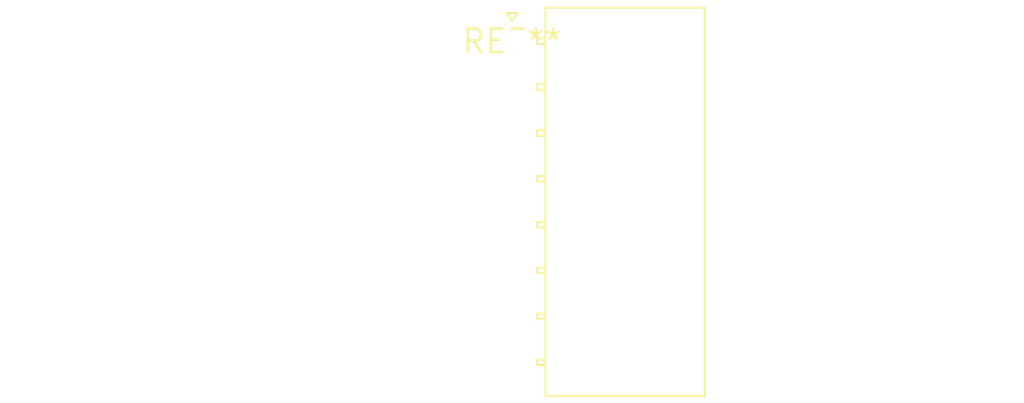
<source format=kicad_pcb>
(kicad_pcb (version 20240108) (generator pcbnew)
  (layers (0 "F.Cu" signal) (31 "B.Cu" signal) (34 "B.Paste" user) (35 "F.Paste" user) (36 "B.SilkS" user "B.Silkscreen") (37 "F.SilkS" user "F.Silkscreen") (38 "B.Mask" user) (39 "F.Mask" user) (44 "Edge.Cuts" user))
  (net 0 "")
  (footprint "Molex_Nano-Fit_105313-xx08_1x08_P2.50mm_Horizontal" (layer "F.Cu") (at 0 0)
    (property "Reference" "REF**")
    (property "Value" "Molex_Nano-Fit_105313-xx08_1x08_P2.50mm_Horizontal")
    (fp_line (start -0.3 -1.534264) (end 0 -1.11) (layer "F.SilkS") (stroke (width 0.12)))
    (fp_line (start 0 -1.11) (end 0.3 -1.534264) (layer "F.SilkS") (stroke (width 0.12)))
    (fp_line (start 0.3 -1.534264) (end -0.3 -1.534264) (layer "F.SilkS") (stroke (width 0.12)))
    (fp_line (start 1.36 -0.15) (end 1.36 0.15) (layer "F.SilkS") (stroke (width 0.12)))
    (fp_line (start 1.36 0.15) (end 1.81 0.15) (layer "F.SilkS") (stroke (width 0.12)))
    (fp_line (start 1.36 2.35) (end 1.36 2.65) (layer "F.SilkS") (stroke (width 0.12)))
    (fp_line (start 1.36 2.65) (end 1.81 2.65) (layer "F.SilkS") (stroke (width 0.12)))
    (fp_line (start 1.36 4.85) (end 1.36 5.15) (layer "F.SilkS") (stroke (width 0.12)))
    (fp_line (start 1.36 5.15) (end 1.81 5.15) (layer "F.SilkS") (stroke (width 0.12)))
    (fp_line (start 1.36 7.35) (end 1.36 7.65) (layer "F.SilkS") (stroke (width 0.12)))
    (fp_line (start 1.36 7.65) (end 1.81 7.65) (layer "F.SilkS") (stroke (width 0.12)))
    (fp_line (start 1.36 9.85) (end 1.36 10.15) (layer "F.SilkS") (stroke (width 0.12)))
    (fp_line (start 1.36 10.15) (end 1.81 10.15) (layer "F.SilkS") (stroke (width 0.12)))
    (fp_line (start 1.36 12.35) (end 1.36 12.65) (layer "F.SilkS") (stroke (width 0.12)))
    (fp_line (start 1.36 12.65) (end 1.81 12.65) (layer "F.SilkS") (stroke (width 0.12)))
    (fp_line (start 1.36 14.85) (end 1.36 15.15) (layer "F.SilkS") (stroke (width 0.12)))
    (fp_line (start 1.36 15.15) (end 1.81 15.15) (layer "F.SilkS") (stroke (width 0.12)))
    (fp_line (start 1.36 17.35) (end 1.36 17.65) (layer "F.SilkS") (stroke (width 0.12)))
    (fp_line (start 1.36 17.65) (end 1.81 17.65) (layer "F.SilkS") (stroke (width 0.12)))
    (fp_line (start 1.81 -1.83) (end 1.81 19.33) (layer "F.SilkS") (stroke (width 0.12)))
    (fp_line (start 1.81 -0.15) (end 1.36 -0.15) (layer "F.SilkS") (stroke (width 0.12)))
    (fp_line (start 1.81 0.15) (end 1.81 -0.15) (layer "F.SilkS") (stroke (width 0.12)))
    (fp_line (start 1.81 2.35) (end 1.36 2.35) (layer "F.SilkS") (stroke (width 0.12)))
    (fp_line (start 1.81 2.65) (end 1.81 2.35) (layer "F.SilkS") (stroke (width 0.12)))
    (fp_line (start 1.81 4.85) (end 1.36 4.85) (layer "F.SilkS") (stroke (width 0.12)))
    (fp_line (start 1.81 5.15) (end 1.81 4.85) (layer "F.SilkS") (stroke (width 0.12)))
    (fp_line (start 1.81 7.35) (end 1.36 7.35) (layer "F.SilkS") (stroke (width 0.12)))
    (fp_line (start 1.81 7.65) (end 1.81 7.35) (layer "F.SilkS") (stroke (width 0.12)))
    (fp_line (start 1.81 9.85) (end 1.36 9.85) (layer "F.SilkS") (stroke (width 0.12)))
    (fp_line (start 1.81 10.15) (end 1.81 9.85) (layer "F.SilkS") (stroke (width 0.12)))
    (fp_line (start 1.81 12.35) (end 1.36 12.35) (layer "F.SilkS") (stroke (width 0.12)))
    (fp_line (start 1.81 12.65) (end 1.81 12.35) (layer "F.SilkS") (stroke (width 0.12)))
    (fp_line (start 1.81 14.85) (end 1.36 14.85) (layer "F.SilkS") (stroke (width 0.12)))
    (fp_line (start 1.81 15.15) (end 1.81 14.85) (layer "F.SilkS") (stroke (width 0.12)))
    (fp_line (start 1.81 17.35) (end 1.36 17.35) (layer "F.SilkS") (stroke (width 0.12)))
    (fp_line (start 1.81 17.65) (end 1.81 17.35) (layer "F.SilkS") (stroke (width 0.12)))
    (fp_line (start 1.81 19.33) (end 10.49 19.33) (layer "F.SilkS") (stroke (width 0.12)))
    (fp_line (start 10.49 -1.83) (end 1.81 -1.83) (layer "F.SilkS") (stroke (width 0.12)))
    (fp_line (start 10.49 19.33) (end 10.49 -1.83) (layer "F.SilkS") (stroke (width 0.12)))
    (pad "" np_thru_hole circle (at 7.18 0) (size 1.7 1.7) (drill 1.7) (layers *.Cu *.Mask))
    (pad "" np_thru_hole circle (at 7.18 17.5) (size 1.7 1.7) (drill 1.7) (layers *.Cu *.Mask))
    (pad "1" thru_hole roundrect (at 0 0) (size 2.2 1.7) (drill 1.2) (layers *.Cu *.Mask) (remove_unused_layers) (roundrect_rratio 0.147059))
    (pad "2" thru_hole oval (at 0 2.5) (size 2.2 1.7) (drill 1.2) (layers *.Cu *.Mask) (remove_unused_layers))
    (pad "3" thru_hole oval (at 0 5) (size 2.2 1.7) (drill 1.2) (layers *.Cu *.Mask) (remove_unused_layers))
    (pad "4" thru_hole oval (at 0 7.5) (size 2.2 1.7) (drill 1.2) (layers *.Cu *.Mask) (remove_unused_layers))
    (pad "5" thru_hole oval (at 0 10) (size 2.2 1.7) (drill 1.2) (layers *.Cu *.Mask) (remove_unused_layers))
    (pad "6" thru_hole oval (at 0 12.5) (size 2.2 1.7) (drill 1.2) (layers *.Cu *.Mask) (remove_unused_layers))
    (pad "7" thru_hole oval (at 0 15) (size 2.2 1.7) (drill 1.2) (layers *.Cu *.Mask) (remove_unused_layers))
    (pad "8" thru_hole oval (at 0 17.5) (size 2.2 1.7) (drill 1.2) (layers *.Cu *.Mask) (remove_unused_layers))
  )
)
</source>
